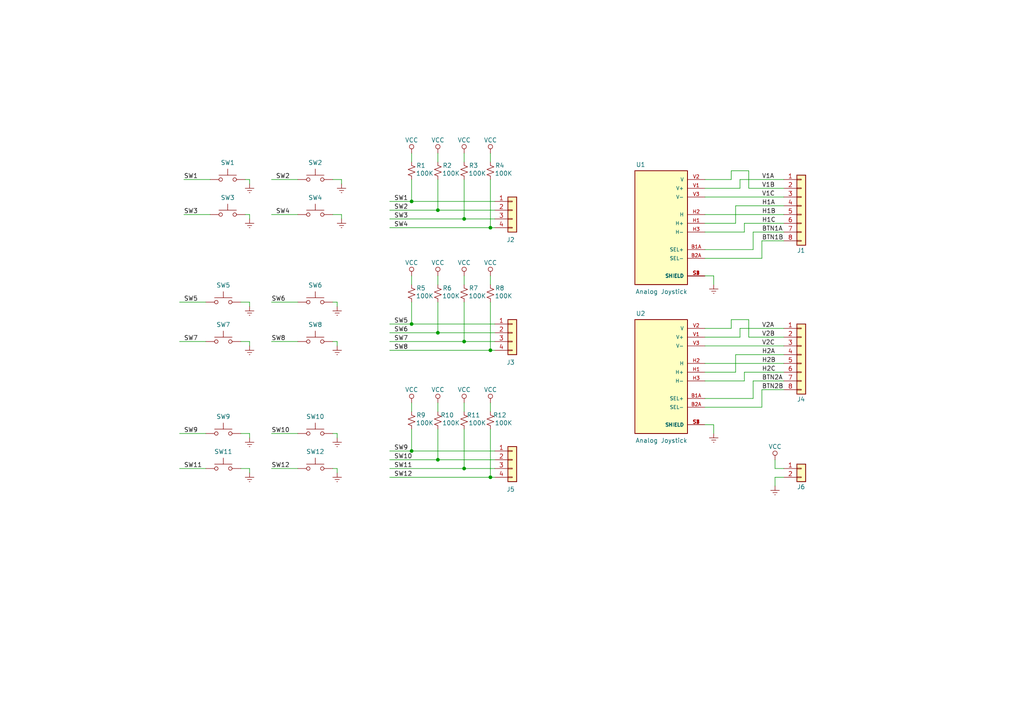
<source format=kicad_sch>
(kicad_sch (version 20250114) (generator "eeschema") (generator_version "9.0")
  (paper "A4")
  (title_block (title "Button/Joystick Breakout") (date "2025-05-03") (rev "1.0") (company "Gadget Reboot") (comment 1 "https://www.youtube.com/@gadgetreboot") (comment 2 "https://github.com/GadgetReboot/Button_Joystick_Breakout"))
  (lib_symbols
    (symbol "COM-09032:COM-09032" (pin_names (offset 1.016))
      (property "Reference" "U" (at -7.62 16.002 0))
      (property "Value" "COM-09032" (at -7.62 -20.32 0))
      (symbol "COM-09032_0_0"
        (rectangle (start -7.62 -17.78) (end 7.62 15.24) (stroke (width 0.254)) (fill (type background)))
        (pin passive line (at -12.7 12.7 0) (length 5.08) (name "V") (number "V2"))
        (pin passive line (at -12.7 10.16 0) (length 5.08) (name "V+") (number "V1"))
        (pin passive line (at -12.7 7.62 0) (length 5.08) (name "V-") (number "V3"))
        (pin passive line (at -12.7 2.54 0) (length 5.08) (name "H") (number "H2"))
        (pin passive line (at -12.7 0 0) (length 5.08) (name "H+") (number "H1"))
        (pin passive line (at -12.7 -2.54 0) (length 5.08) (name "H-") (number "H3"))
        (pin passive line (at -12.7 -7.62 0) (length 5.08) (name "SEL+") (number "B1A"))
        (pin passive line (at -12.7 -10.16 0) (length 5.08) (name "SEL-") (number "B2A"))
        (pin passive line (at -12.7 -15.24 0) (length 5.08) (name "SHIELD") (number "S1"))
        (pin passive line (at -12.7 -15.24 0) (length 5.08) (name "SHIELD") (number "S2"))
        (pin passive line (at -12.7 -15.24 0) (length 5.08) (name "SHIELD") (number "S3"))
        (pin passive line (at -12.7 -15.24 0) (length 5.08) (name "SHIELD") (number "S4"))
      )
    )
    (symbol "Connector_Generic:Conn_01x02" (pin_names (offset 1.016) (hide yes))
      (property "Reference" "J" (at 0 2.54 0))
      (property "Value" "Conn_01x02" (at 0 -5.08 0))
      (symbol "Conn_01x02_1_1"
        (rectangle (start -1.27 1.27) (end 1.27 -3.81) (stroke (width 0.254)) (fill (type background)))
        (rectangle (start -1.27 0.127) (end 0 -0.127) (stroke (width 0.1524)))
        (rectangle (start -1.27 -2.413) (end 0 -2.667) (stroke (width 0.1524)))
        (pin passive line (at -5.08 0 0) (length 3.81) (name "Pin_1") (number "1"))
        (pin passive line (at -5.08 -2.54 0) (length 3.81) (name "Pin_2") (number "2"))
      )
    )
    (symbol "Connector_Generic:Conn_01x04" (pin_names (offset 1.016) (hide yes))
      (property "Reference" "J" (at 0 5.08 0))
      (property "Value" "Conn_01x04" (at 0 -7.62 0))
      (symbol "Conn_01x04_1_1"
        (rectangle (start -1.27 3.81) (end 1.27 -6.35) (stroke (width 0.254)) (fill (type background)))
        (rectangle (start -1.27 2.667) (end 0 2.413) (stroke (width 0.1524)))
        (rectangle (start -1.27 0.127) (end 0 -0.127) (stroke (width 0.1524)))
        (rectangle (start -1.27 -2.413) (end 0 -2.667) (stroke (width 0.1524)))
        (rectangle (start -1.27 -4.953) (end 0 -5.207) (stroke (width 0.1524)))
        (pin passive line (at -5.08 2.54 0) (length 3.81) (name "Pin_1") (number "1"))
        (pin passive line (at -5.08 0 0) (length 3.81) (name "Pin_2") (number "2"))
        (pin passive line (at -5.08 -2.54 0) (length 3.81) (name "Pin_3") (number "3"))
        (pin passive line (at -5.08 -5.08 0) (length 3.81) (name "Pin_4") (number "4"))
      )
    )
    (symbol "Connector_Generic:Conn_01x08" (pin_names (offset 1.016) (hide yes))
      (property "Reference" "J" (at 0 10.16 0))
      (property "Value" "Conn_01x08" (at 0 -12.7 0))
      (symbol "Conn_01x08_1_1"
        (rectangle (start -1.27 8.89) (end 1.27 -11.43) (stroke (width 0.254)) (fill (type background)))
        (rectangle (start -1.27 7.747) (end 0 7.493) (stroke (width 0.1524)))
        (rectangle (start -1.27 5.207) (end 0 4.953) (stroke (width 0.1524)))
        (rectangle (start -1.27 2.667) (end 0 2.413) (stroke (width 0.1524)))
        (rectangle (start -1.27 0.127) (end 0 -0.127) (stroke (width 0.1524)))
        (rectangle (start -1.27 -2.413) (end 0 -2.667) (stroke (width 0.1524)))
        (rectangle (start -1.27 -4.953) (end 0 -5.207) (stroke (width 0.1524)))
        (rectangle (start -1.27 -7.493) (end 0 -7.747) (stroke (width 0.1524)))
        (rectangle (start -1.27 -10.033) (end 0 -10.287) (stroke (width 0.1524)))
        (pin passive line (at -5.08 7.62 0) (length 3.81) (name "Pin_1") (number "1"))
        (pin passive line (at -5.08 5.08 0) (length 3.81) (name "Pin_2") (number "2"))
        (pin passive line (at -5.08 2.54 0) (length 3.81) (name "Pin_3") (number "3"))
        (pin passive line (at -5.08 0 0) (length 3.81) (name "Pin_4") (number "4"))
        (pin passive line (at -5.08 -2.54 0) (length 3.81) (name "Pin_5") (number "5"))
        (pin passive line (at -5.08 -5.08 0) (length 3.81) (name "Pin_6") (number "6"))
        (pin passive line (at -5.08 -7.62 0) (length 3.81) (name "Pin_7") (number "7"))
        (pin passive line (at -5.08 -10.16 0) (length 3.81) (name "Pin_8") (number "8"))
      )
    )
    (symbol "Device:R_Small_US" (pin_numbers (hide yes)) (pin_names (offset 0.254) (hide yes))
      (property "Reference" "R" (at 0.762 0.508 0))
      (property "Value" "R_Small_US" (at 0.762 -1.016 0))
      (symbol "R_Small_US_1_1"
        (polyline (pts (xy 0 1.524) (xy 1.016 1.143) (xy 0 0.762) (xy -1.016 0.381) (xy 0 0)))
        (polyline (pts (xy 0 0) (xy 1.016 -0.381) (xy 0 -0.762) (xy -1.016 -1.143) (xy 0 -1.524)))
        (pin passive line (at 0 2.54 270) (length 1.016) (name "~") (number "1"))
        (pin passive line (at 0 -2.54 90) (length 1.016) (name "~") (number "2"))
      )
    )
    (symbol "GR_IO_Board-rescue:GNDREF-power" (power) (pin_names (offset 0))
      (property "Value" "power_GNDREF" (at 0 -3.81 0))
      (symbol "GNDREF-power_0_1"
        (polyline (pts (xy -0.635 -1.905) (xy 0.635 -1.905)))
        (polyline (pts (xy -0.127 -2.54) (xy 0.127 -2.54)))
        (polyline (pts (xy 0 -1.27) (xy 0 0)))
        (polyline (pts (xy 1.27 -1.27) (xy -1.27 -1.27)))
      )
      (symbol "GNDREF-power_1_1"
        (pin power_in line (at 0 0 270) (length 0) (hide yes) (name "GNDREF") (number "1"))
      )
    )
    (symbol "GR_IO_Board-rescue:VCC-power" (power) (pin_names (offset 0))
      (property "Value" "power_VCC" (at 0 3.81 0))
      (symbol "VCC-power_0_1"
        (circle (center 0 1.905) (radius 0.635))
        (polyline (pts (xy 0 0) (xy 0 1.27)))
      )
      (symbol "VCC-power_1_1"
        (pin power_in line (at 0 0 90) (length 0) (hide yes) (name "VCC") (number "1"))
      )
    )
    (symbol "Switch:SW_Push" (pin_numbers (hide yes)) (pin_names (offset 1.016) (hide yes))
      (property "Reference" "SW" (at 1.27 2.54 0))
      (property "Value" "SW_Push" (at 0 -1.524 0))
      (symbol "SW_Push_0_1"
        (circle (center -2.032 0) (radius 0.508))
        (polyline (pts (xy 0 1.27) (xy 0 3.048)))
        (circle (center 2.032 0) (radius 0.508))
        (polyline (pts (xy 2.54 1.27) (xy -2.54 1.27)))
        (pin passive line (at -5.08 0 0) (length 2.54) (name "1") (number "1"))
        (pin passive line (at 5.08 0 180) (length 2.54) (name "2") (number "2"))
      )
    )
  )
  (junction (at 119.38 130.81))
  (junction (at 142.24 138.43))
  (junction (at 134.62 63.5))
  (junction (at 119.38 93.98))
  (junction (at 142.24 101.6))
  (junction (at 134.62 99.06))
  (junction (at 142.24 66.04))
  (junction (at 127 96.52))
  (junction (at 127 60.96))
  (junction (at 119.38 58.42))
  (junction (at 134.62 135.89))
  (junction (at 127 133.35))
  (wire (pts (xy 204.47 72.39) (xy 218.44 72.39)))
  (wire (pts (xy 86.36 62.23) (xy 78.74 62.23)))
  (wire (pts (xy 204.47 64.77) (xy 213.36 64.77)))
  (wire (pts (xy 69.85 87.63) (xy 72.39 87.63)))
  (wire (pts (xy 142.24 80.01) (xy 142.24 82.55)))
  (wire (pts (xy 71.12 62.23) (xy 72.39 62.23)))
  (wire (pts (xy 142.24 116.84) (xy 142.24 119.38)))
  (wire (pts (xy 204.47 123.19) (xy 207.01 123.19)))
  (wire (pts (xy 143.51 93.98) (xy 119.38 93.98)))
  (wire (pts (xy 204.47 100.33) (xy 227.33 100.33)))
  (wire (pts (xy 220.98 118.11) (xy 220.98 113.03)))
  (wire (pts (xy 143.51 58.42) (xy 119.38 58.42)))
  (wire (pts (xy 127 44.45) (xy 127 46.99)))
  (wire (pts (xy 134.62 63.5) (xy 113.03 63.5)))
  (wire (pts (xy 143.51 66.04) (xy 142.24 66.04)))
  (wire (pts (xy 215.9 64.77) (xy 227.33 64.77)))
  (wire (pts (xy 59.69 135.89) (xy 52.07 135.89)))
  (wire (pts (xy 97.79 135.89) (xy 97.79 137.16)))
  (wire (pts (xy 97.79 99.06) (xy 97.79 100.33)))
  (wire (pts (xy 72.39 62.23) (xy 72.39 63.5)))
  (wire (pts (xy 218.44 67.31) (xy 227.33 67.31)))
  (wire (pts (xy 119.38 93.98) (xy 113.03 93.98)))
  (wire (pts (xy 218.44 72.39) (xy 218.44 67.31)))
  (wire (pts (xy 220.98 69.85) (xy 227.33 69.85)))
  (wire (pts (xy 134.62 44.45) (xy 134.62 46.99)))
  (wire (pts (xy 96.52 99.06) (xy 97.79 99.06)))
  (wire (pts (xy 119.38 87.63) (xy 119.38 93.98)))
  (wire (pts (xy 96.52 125.73) (xy 97.79 125.73)))
  (wire (pts (xy 217.17 49.53) (xy 212.09 49.53)))
  (wire (pts (xy 204.47 67.31) (xy 215.9 67.31)))
  (wire (pts (xy 97.79 87.63) (xy 97.79 88.9)))
  (wire (pts (xy 143.51 135.89) (xy 134.62 135.89)))
  (wire (pts (xy 127 80.01) (xy 127 82.55)))
  (wire (pts (xy 212.09 92.71) (xy 212.09 95.25)))
  (wire (pts (xy 134.62 99.06) (xy 113.03 99.06)))
  (wire (pts (xy 127 116.84) (xy 127 119.38)))
  (wire (pts (xy 214.63 52.07) (xy 227.33 52.07)))
  (wire (pts (xy 214.63 54.61) (xy 214.63 52.07)))
  (wire (pts (xy 212.09 95.25) (xy 204.47 95.25)))
  (wire (pts (xy 69.85 125.73) (xy 72.39 125.73)))
  (wire (pts (xy 142.24 138.43) (xy 113.03 138.43)))
  (wire (pts (xy 119.38 58.42) (xy 113.03 58.42)))
  (wire (pts (xy 127 52.07) (xy 127 60.96)))
  (wire (pts (xy 72.39 125.73) (xy 72.39 127)))
  (wire (pts (xy 204.47 74.93) (xy 220.98 74.93)))
  (wire (pts (xy 119.38 80.01) (xy 119.38 82.55)))
  (wire (pts (xy 134.62 124.46) (xy 134.62 135.89)))
  (wire (pts (xy 142.24 101.6) (xy 113.03 101.6)))
  (wire (pts (xy 134.62 52.07) (xy 134.62 63.5)))
  (wire (pts (xy 86.36 135.89) (xy 78.74 135.89)))
  (wire (pts (xy 142.24 44.45) (xy 142.24 46.99)))
  (wire (pts (xy 59.69 87.63) (xy 52.07 87.63)))
  (wire (pts (xy 142.24 87.63) (xy 142.24 101.6)))
  (wire (pts (xy 119.38 130.81) (xy 113.03 130.81)))
  (wire (pts (xy 227.33 138.43) (xy 224.79 138.43)))
  (wire (pts (xy 127 60.96) (xy 113.03 60.96)))
  (wire (pts (xy 60.96 62.23) (xy 53.34 62.23)))
  (wire (pts (xy 217.17 97.79) (xy 217.17 92.71)))
  (wire (pts (xy 214.63 95.25) (xy 227.33 95.25)))
  (wire (pts (xy 143.51 101.6) (xy 142.24 101.6)))
  (wire (pts (xy 227.33 135.89) (xy 224.79 135.89)))
  (wire (pts (xy 86.36 52.07) (xy 78.74 52.07)))
  (wire (pts (xy 224.79 135.89) (xy 224.79 133.35)))
  (wire (pts (xy 142.24 66.04) (xy 113.03 66.04)))
  (wire (pts (xy 143.51 60.96) (xy 127 60.96)))
  (wire (pts (xy 60.96 52.07) (xy 53.34 52.07)))
  (wire (pts (xy 99.06 62.23) (xy 99.06 63.5)))
  (wire (pts (xy 204.47 97.79) (xy 214.63 97.79)))
  (wire (pts (xy 214.63 97.79) (xy 214.63 95.25)))
  (wire (pts (xy 69.85 99.06) (xy 72.39 99.06)))
  (wire (pts (xy 143.51 133.35) (xy 127 133.35)))
  (wire (pts (xy 69.85 135.89) (xy 72.39 135.89)))
  (wire (pts (xy 143.51 138.43) (xy 142.24 138.43)))
  (wire (pts (xy 72.39 99.06) (xy 72.39 100.33)))
  (wire (pts (xy 119.38 116.84) (xy 119.38 119.38)))
  (wire (pts (xy 218.44 110.49) (xy 227.33 110.49)))
  (wire (pts (xy 220.98 74.93) (xy 220.98 69.85)))
  (wire (pts (xy 204.47 115.57) (xy 218.44 115.57)))
  (wire (pts (xy 204.47 54.61) (xy 214.63 54.61)))
  (wire (pts (xy 99.06 52.07) (xy 99.06 53.34)))
  (wire (pts (xy 142.24 52.07) (xy 142.24 66.04)))
  (wire (pts (xy 96.52 52.07) (xy 99.06 52.07)))
  (wire (pts (xy 96.52 135.89) (xy 97.79 135.89)))
  (wire (pts (xy 134.62 87.63) (xy 134.62 99.06)))
  (wire (pts (xy 119.38 52.07) (xy 119.38 58.42)))
  (wire (pts (xy 217.17 92.71) (xy 212.09 92.71)))
  (wire (pts (xy 86.36 99.06) (xy 78.74 99.06)))
  (wire (pts (xy 97.79 125.73) (xy 97.79 127)))
  (wire (pts (xy 204.47 105.41) (xy 227.33 105.41)))
  (wire (pts (xy 227.33 97.79) (xy 217.17 97.79)))
  (wire (pts (xy 86.36 125.73) (xy 78.74 125.73)))
  (wire (pts (xy 86.36 87.63) (xy 78.74 87.63)))
  (wire (pts (xy 224.79 138.43) (xy 224.79 140.97)))
  (wire (pts (xy 204.47 80.01) (xy 207.01 80.01)))
  (wire (pts (xy 143.51 63.5) (xy 134.62 63.5)))
  (wire (pts (xy 212.09 52.07) (xy 204.47 52.07)))
  (wire (pts (xy 227.33 54.61) (xy 217.17 54.61)))
  (wire (pts (xy 213.36 64.77) (xy 213.36 59.69)))
  (wire (pts (xy 143.51 99.06) (xy 134.62 99.06)))
  (wire (pts (xy 142.24 124.46) (xy 142.24 138.43)))
  (wire (pts (xy 134.62 80.01) (xy 134.62 82.55)))
  (wire (pts (xy 134.62 116.84) (xy 134.62 119.38)))
  (wire (pts (xy 213.36 102.87) (xy 227.33 102.87)))
  (wire (pts (xy 207.01 80.01) (xy 207.01 82.55)))
  (wire (pts (xy 96.52 62.23) (xy 99.06 62.23)))
  (wire (pts (xy 213.36 59.69) (xy 227.33 59.69)))
  (wire (pts (xy 215.9 67.31) (xy 215.9 64.77)))
  (wire (pts (xy 59.69 99.06) (xy 52.07 99.06)))
  (wire (pts (xy 127 96.52) (xy 113.03 96.52)))
  (wire (pts (xy 119.38 44.45) (xy 119.38 46.99)))
  (wire (pts (xy 204.47 62.23) (xy 227.33 62.23)))
  (wire (pts (xy 96.52 87.63) (xy 97.79 87.63)))
  (wire (pts (xy 72.39 87.63) (xy 72.39 88.9)))
  (wire (pts (xy 143.51 130.81) (xy 119.38 130.81)))
  (wire (pts (xy 72.39 52.07) (xy 72.39 53.34)))
  (wire (pts (xy 215.9 107.95) (xy 227.33 107.95)))
  (wire (pts (xy 127 133.35) (xy 113.03 133.35)))
  (wire (pts (xy 143.51 96.52) (xy 127 96.52)))
  (wire (pts (xy 213.36 107.95) (xy 213.36 102.87)))
  (wire (pts (xy 204.47 107.95) (xy 213.36 107.95)))
  (wire (pts (xy 212.09 49.53) (xy 212.09 52.07)))
  (wire (pts (xy 204.47 57.15) (xy 227.33 57.15)))
  (wire (pts (xy 220.98 113.03) (xy 227.33 113.03)))
  (wire (pts (xy 119.38 124.46) (xy 119.38 130.81)))
  (wire (pts (xy 71.12 52.07) (xy 72.39 52.07)))
  (wire (pts (xy 72.39 135.89) (xy 72.39 137.16)))
  (wire (pts (xy 127 124.46) (xy 127 133.35)))
  (wire (pts (xy 134.62 135.89) (xy 113.03 135.89)))
  (wire (pts (xy 127 87.63) (xy 127 96.52)))
  (wire (pts (xy 218.44 115.57) (xy 218.44 110.49)))
  (wire (pts (xy 217.17 54.61) (xy 217.17 49.53)))
  (wire (pts (xy 204.47 118.11) (xy 220.98 118.11)))
  (wire (pts (xy 59.69 125.73) (xy 52.07 125.73)))
  (wire (pts (xy 207.01 123.19) (xy 207.01 125.73)))
  (wire (pts (xy 215.9 110.49) (xy 215.9 107.95)))
  (wire (pts (xy 204.47 110.49) (xy 215.9 110.49)))
  (label "H1B" (at 220.98 62.23 0))
  (label "BTN1B" (at 220.98 69.85 0))
  (label "SW2" (at 80.01 52.07 0))
  (label "SW5" (at 114.3 93.98 0))
  (label "V1A" (at 220.98 52.07 0))
  (label "V1C" (at 220.98 57.15 0))
  (label "SW4" (at 80.01 62.23 0))
  (label "SW7" (at 114.3 99.06 0))
  (label "SW10" (at 78.74 125.73 0))
  (label "SW9" (at 114.3 130.81 0))
  (label "SW1" (at 114.3 58.42 0))
  (label "SW7" (at 53.34 99.06 0))
  (label "SW11" (at 114.3 135.89 0))
  (label "V1B" (at 220.98 54.61 0))
  (label "V2B" (at 220.98 97.79 0))
  (label "BTN2A" (at 220.98 110.49 0))
  (label "H2A" (at 220.98 102.87 0))
  (label "SW9" (at 53.34 125.73 0))
  (label "H1C" (at 220.98 64.77 0))
  (label "SW6" (at 78.74 87.63 0))
  (label "SW3" (at 114.3 63.5 0))
  (label "SW5" (at 53.34 87.63 0))
  (label "SW1" (at 53.34 52.07 0))
  (label "BTN1A" (at 220.98 67.31 0))
  (label "H2C" (at 220.98 107.95 0))
  (label "SW6" (at 114.3 96.52 0))
  (label "SW3" (at 53.34 62.23 0))
  (label "BTN2B" (at 220.98 113.03 0))
  (label "SW8" (at 114.3 101.6 0))
  (label "H2B" (at 220.98 105.41 0))
  (label "H1A" (at 220.98 59.69 0))
  (label "SW11" (at 53.34 135.89 0))
  (label "SW12" (at 114.3 138.43 0))
  (label "SW4" (at 114.3 66.04 0))
  (label "V2C" (at 220.98 100.33 0))
  (label "SW2" (at 114.3 60.96 0))
  (label "SW8" (at 78.74 99.06 0))
  (label "SW12" (at 78.74 135.89 0))
  (label "SW10" (at 114.3 133.35 0))
  (label "V2A" (at 220.98 95.25 0))
  (symbol (lib_id "Switch:SW_Push") (at 91.44 62.23 0) (unit 1)
    (property "Reference" "SW4" (at 91.44 57.3278 0))
    (property "Value" "SW_Push" (effects (hide yes)))
    (property "Footprint" "_Footprints:SW_SPST_60x35" (effects (hide yes)))
  )
  (symbol (lib_id "GR_IO_Board-rescue:GNDREF-power") (at 99.06 63.5 0) (unit 1)
    (property "Reference" "#PWR08" (effects (hide yes)))
    (property "Value" "GNDREF" (effects (hide yes)))
  )
  (symbol (lib_id "Switch:SW_Push") (at 66.04 62.23 0) (unit 1)
    (property "Reference" "SW3" (at 66.04 57.3278 0))
    (property "Value" "SW_Push" (effects (hide yes)))
    (property "Footprint" "_Footprints:SW_SPST_60x35" (effects (hide yes)))
  )
  (symbol (lib_id "GR_IO_Board-rescue:GNDREF-power") (at 72.39 63.5 0) (unit 1)
    (property "Reference" "#PWR07" (effects (hide yes)))
    (property "Value" "GNDREF" (effects (hide yes)))
  )
  (symbol (lib_id "Switch:SW_Push") (at 91.44 52.07 0) (unit 1)
    (property "Reference" "SW2" (at 91.44 47.1678 0))
    (property "Value" "SW_Push" (effects (hide yes)))
    (property "Footprint" "_Footprints:SW_SPST_60x35" (effects (hide yes)))
  )
  (symbol (lib_id "GR_IO_Board-rescue:GNDREF-power") (at 99.06 53.34 0) (unit 1)
    (property "Reference" "#PWR06" (effects (hide yes)))
    (property "Value" "GNDREF" (effects (hide yes)))
  )
  (symbol (lib_id "Switch:SW_Push") (at 66.04 52.07 0) (unit 1)
    (property "Reference" "SW1" (at 66.04 47.1678 0))
    (property "Value" "SW_Push" (effects (hide yes)))
    (property "Footprint" "_Footprints:SW_SPST_60x35" (effects (hide yes)))
  )
  (symbol (lib_id "GR_IO_Board-rescue:GNDREF-power") (at 72.39 53.34 0) (unit 1)
    (property "Reference" "#PWR05" (effects (hide yes)))
    (property "Value" "GNDREF" (effects (hide yes)))
  )
  (symbol (lib_id "Connector_Generic:Conn_01x04") (at 148.59 60.96 0) (unit 1)
    (property "Reference" "J2" (at 149.3012 69.5452 0) (effects (justify right)))
    (property "Value" "Conn_01x04" (effects (hide yes)))
    (property "Footprint" "Connector_PinHeader_2.54mm:PinHeader_1x04_P2.54mm_Vertical" (effects (hide yes)))
  )
  (symbol (lib_id "Switch:SW_Push") (at 91.44 99.06 0) (unit 1)
    (property "Reference" "SW8" (at 91.44 94.1578 0))
    (property "Value" "SW_Push" (effects (hide yes)))
    (property "Footprint" "_Footprints:SW_SPST_60x35" (effects (hide yes)))
  )
  (symbol (lib_id "GR_IO_Board-rescue:GNDREF-power") (at 97.79 100.33 0) (unit 1)
    (property "Reference" "#PWR017" (effects (hide yes)))
    (property "Value" "GNDREF" (effects (hide yes)))
  )
  (symbol (lib_id "Switch:SW_Push") (at 64.77 99.06 0) (unit 1)
    (property "Reference" "SW7" (at 64.77 94.1578 0))
    (property "Value" "SW_Push" (effects (hide yes)))
    (property "Footprint" "_Footprints:SW_SPST_60x35" (effects (hide yes)))
  )
  (symbol (lib_id "GR_IO_Board-rescue:GNDREF-power") (at 72.39 100.33 0) (unit 1)
    (property "Reference" "#PWR016" (effects (hide yes)))
    (property "Value" "GNDREF" (effects (hide yes)))
  )
  (symbol (lib_id "Switch:SW_Push") (at 91.44 87.63 0) (unit 1)
    (property "Reference" "SW6" (at 91.44 82.7278 0))
    (property "Value" "SW_Push" (effects (hide yes)))
    (property "Footprint" "_Footprints:SW_SPST_60x35" (effects (hide yes)))
  )
  (symbol (lib_id "GR_IO_Board-rescue:GNDREF-power") (at 97.79 88.9 0) (unit 1)
    (property "Reference" "#PWR015" (effects (hide yes)))
    (property "Value" "GNDREF" (effects (hide yes)))
  )
  (symbol (lib_id "Switch:SW_Push") (at 64.77 87.63 0) (unit 1)
    (property "Reference" "SW5" (at 64.77 82.7278 0))
    (property "Value" "SW_Push" (effects (hide yes)))
    (property "Footprint" "_Footprints:SW_SPST_60x35" (effects (hide yes)))
  )
  (symbol (lib_id "GR_IO_Board-rescue:GNDREF-power") (at 72.39 88.9 0) (unit 1)
    (property "Reference" "#PWR014" (effects (hide yes)))
    (property "Value" "GNDREF" (effects (hide yes)))
  )
  (symbol (lib_id "Device:R_Small_US") (at 142.24 49.53 0) (unit 1)
    (property "Reference" "R4" (at 144.9578 48.006 0))
    (property "Value" "100K" (at 146.05 50.292 0))
    (property "Footprint" "Resistor_SMD:R_0805_2012Metric_Pad1.20x1.40mm_HandSolder" (effects (hide yes)))
  )
  (symbol (lib_id "GR_IO_Board-rescue:GNDREF-power") (at 207.01 82.55 0) (unit 1)
    (property "Reference" "#PWR013" (effects (hide yes)))
    (property "Value" "GNDREF" (effects (hide yes)))
  )
  (symbol (lib_id "GR_IO_Board-rescue:VCC-power") (at 142.24 44.45 0) (unit 1)
    (property "Reference" "#PWR04" (effects (hide yes)))
    (property "Value" "VCC" (at 142.24 40.64 0))
  )
  (symbol (lib_id "COM-09032:COM-09032") (at 191.77 107.95 0) (mirror y) (unit 1)
    (property "Reference" "U2" (at 187.198 90.9319 0) (effects (justify left)))
    (property "Value" "Analog Joystick" (at 199.39 127.7619 0) (effects (justify left)))
    (property "Footprint" "_Footprints:XDCR_COM-09032" (effects (hide yes)))
  )
  (symbol (lib_id "Connector_Generic:Conn_01x08") (at 232.41 59.69 0) (unit 1)
    (property "Reference" "J1" (at 231.14 72.6439 0) (effects (justify left)))
    (property "Value" "Conn_01x08" (effects (hide yes)))
    (property "Footprint" "Connector_PinHeader_2.54mm:PinHeader_1x08_P2.54mm_Vertical" (effects (hide yes)))
    (property "Description" "Generic connector, single row, 01x08, script generated (kicad-library-utils/schlib/autogen/connector/)" (effects (hide yes)))
  )
  (symbol (lib_id "GR_IO_Board-rescue:VCC-power") (at 127 116.84 0) (unit 1)
    (property "Reference" "#PWR019" (effects (hide yes)))
    (property "Value" "VCC" (at 127 113.03 0))
  )
  (symbol (lib_id "Device:R_Small_US") (at 127 85.09 0) (unit 1)
    (property "Reference" "R6" (at 129.7178 83.566 0))
    (property "Value" "100K" (at 130.81 85.852 0))
    (property "Footprint" "Resistor_SMD:R_0805_2012Metric_Pad1.20x1.40mm_HandSolder" (effects (hide yes)))
  )
  (symbol (lib_id "GR_IO_Board-rescue:GNDREF-power") (at 97.79 127 0) (unit 1)
    (property "Reference" "#PWR024" (effects (hide yes)))
    (property "Value" "GNDREF" (effects (hide yes)))
  )
  (symbol (lib_id "GR_IO_Board-rescue:VCC-power") (at 134.62 116.84 0) (unit 1)
    (property "Reference" "#PWR020" (effects (hide yes)))
    (property "Value" "VCC" (at 134.62 113.03 0))
  )
  (symbol (lib_id "Device:R_Small_US") (at 127 121.92 0) (unit 1)
    (property "Reference" "R10" (at 129.7178 120.396 0))
    (property "Value" "100K" (at 130.81 122.682 0))
    (property "Footprint" "Resistor_SMD:R_0805_2012Metric_Pad1.20x1.40mm_HandSolder" (effects (hide yes)))
  )
  (symbol (lib_id "Connector_Generic:Conn_01x02") (at 232.41 135.89 0) (unit 1)
    (property "Reference" "J6" (at 231.14 141.2239 0) (effects (justify left)))
    (property "Value" "Conn_01x02" (effects (hide yes)))
    (property "Footprint" "Connector_PinHeader_2.54mm:PinHeader_1x02_P2.54mm_Vertical" (effects (hide yes)))
    (property "Description" "Generic connector, single row, 01x02, script generated (kicad-library-utils/schlib/autogen/connector/)" (effects (hide yes)))
  )
  (symbol (lib_id "Switch:SW_Push") (at 91.44 125.73 0) (unit 1)
    (property "Reference" "SW10" (at 91.44 120.8278 0))
    (property "Value" "SW_Push" (effects (hide yes)))
    (property "Footprint" "_Footprints:SW_SPST_60x35" (effects (hide yes)))
  )
  (symbol (lib_id "COM-09032:COM-09032") (at 191.77 64.77 0) (mirror y) (unit 1)
    (property "Reference" "U1" (at 187.198 47.7519 0) (effects (justify left)))
    (property "Value" "Analog Joystick" (at 199.39 84.5819 0) (effects (justify left)))
    (property "Footprint" "_Footprints:XDCR_COM-09032" (effects (hide yes)))
  )
  (symbol (lib_id "Device:R_Small_US") (at 134.62 85.09 0) (unit 1)
    (property "Reference" "R7" (at 137.3378 83.566 0))
    (property "Value" "100K" (at 138.43 85.852 0))
    (property "Footprint" "Resistor_SMD:R_0805_2012Metric_Pad1.20x1.40mm_HandSolder" (effects (hide yes)))
  )
  (symbol (lib_id "GR_IO_Board-rescue:GNDREF-power") (at 97.79 137.16 0) (unit 1)
    (property "Reference" "#PWR027" (effects (hide yes)))
    (property "Value" "GNDREF" (effects (hide yes)))
  )
  (symbol (lib_id "GR_IO_Board-rescue:VCC-power") (at 119.38 116.84 0) (unit 1)
    (property "Reference" "#PWR018" (effects (hide yes)))
    (property "Value" "VCC" (at 119.38 113.03 0))
  )
  (symbol (lib_id "GR_IO_Board-rescue:GNDREF-power") (at 72.39 137.16 0) (unit 1)
    (property "Reference" "#PWR026" (effects (hide yes)))
    (property "Value" "GNDREF" (effects (hide yes)))
  )
  (symbol (lib_id "GR_IO_Board-rescue:VCC-power") (at 134.62 44.45 0) (unit 1)
    (property "Reference" "#PWR03" (effects (hide yes)))
    (property "Value" "VCC" (at 134.62 40.64 0))
  )
  (symbol (lib_id "GR_IO_Board-rescue:GNDREF-power") (at 224.79 140.97 0) (unit 1)
    (property "Reference" "#PWR028" (effects (hide yes)))
    (property "Value" "GNDREF" (effects (hide yes)))
  )
  (symbol (lib_id "Device:R_Small_US") (at 142.24 121.92 0) (unit 1)
    (property "Reference" "R12" (at 144.9578 120.396 0))
    (property "Value" "100K" (at 146.05 122.682 0))
    (property "Footprint" "Resistor_SMD:R_0805_2012Metric_Pad1.20x1.40mm_HandSolder" (effects (hide yes)))
  )
  (symbol (lib_id "Device:R_Small_US") (at 119.38 49.53 0) (unit 1)
    (property "Reference" "R1" (at 122.0978 48.006 0))
    (property "Value" "100K" (at 123.19 50.292 0))
    (property "Footprint" "Resistor_SMD:R_0805_2012Metric_Pad1.20x1.40mm_HandSolder" (effects (hide yes)))
  )
  (symbol (lib_id "Device:R_Small_US") (at 119.38 85.09 0) (unit 1)
    (property "Reference" "R5" (at 122.0978 83.566 0))
    (property "Value" "100K" (at 123.19 85.852 0))
    (property "Footprint" "Resistor_SMD:R_0805_2012Metric_Pad1.20x1.40mm_HandSolder" (effects (hide yes)))
  )
  (symbol (lib_id "GR_IO_Board-rescue:VCC-power") (at 224.79 133.35 0) (unit 1)
    (property "Reference" "#PWR025" (effects (hide yes)))
    (property "Value" "VCC" (at 224.79 129.54 0))
  )
  (symbol (lib_id "Device:R_Small_US") (at 119.38 121.92 0) (unit 1)
    (property "Reference" "R9" (at 122.0978 120.396 0))
    (property "Value" "100K" (at 123.19 122.682 0))
    (property "Footprint" "Resistor_SMD:R_0805_2012Metric_Pad1.20x1.40mm_HandSolder" (effects (hide yes)))
  )
  (symbol (lib_id "Switch:SW_Push") (at 91.44 135.89 0) (unit 1)
    (property "Reference" "SW12" (at 91.44 130.9878 0))
    (property "Value" "SW_Push" (effects (hide yes)))
    (property "Footprint" "_Footprints:SW_SPST_60x35" (effects (hide yes)))
  )
  (symbol (lib_id "Device:R_Small_US") (at 127 49.53 0) (unit 1)
    (property "Reference" "R2" (at 129.7178 48.006 0))
    (property "Value" "100K" (at 130.81 50.292 0))
    (property "Footprint" "Resistor_SMD:R_0805_2012Metric_Pad1.20x1.40mm_HandSolder" (effects (hide yes)))
  )
  (symbol (lib_id "GR_IO_Board-rescue:VCC-power") (at 127 80.01 0) (unit 1)
    (property "Reference" "#PWR010" (effects (hide yes)))
    (property "Value" "VCC" (at 127 76.2 0))
  )
  (symbol (lib_id "GR_IO_Board-rescue:VCC-power") (at 119.38 44.45 0) (unit 1)
    (property "Reference" "#PWR01" (effects (hide yes)))
    (property "Value" "VCC" (at 119.38 40.64 0))
  )
  (symbol (lib_id "Switch:SW_Push") (at 64.77 135.89 0) (unit 1)
    (property "Reference" "SW11" (at 64.77 130.9878 0))
    (property "Value" "SW_Push" (effects (hide yes)))
    (property "Footprint" "_Footprints:SW_SPST_60x35" (effects (hide yes)))
  )
  (symbol (lib_id "Switch:SW_Push") (at 64.77 125.73 0) (unit 1)
    (property "Reference" "SW9" (at 64.77 120.8278 0))
    (property "Value" "SW_Push" (effects (hide yes)))
    (property "Footprint" "_Footprints:SW_SPST_60x35" (effects (hide yes)))
  )
  (symbol (lib_id "GR_IO_Board-rescue:VCC-power") (at 142.24 116.84 0) (unit 1)
    (property "Reference" "#PWR021" (effects (hide yes)))
    (property "Value" "VCC" (at 142.24 113.03 0))
  )
  (symbol (lib_id "Connector_Generic:Conn_01x08") (at 232.41 102.87 0) (unit 1)
    (property "Reference" "J4" (at 231.14 115.8239 0) (effects (justify left)))
    (property "Value" "Conn_01x08" (effects (hide yes)))
    (property "Footprint" "Connector_PinHeader_2.54mm:PinHeader_1x08_P2.54mm_Vertical" (effects (hide yes)))
    (property "Description" "Generic connector, single row, 01x08, script generated (kicad-library-utils/schlib/autogen/connector/)" (effects (hide yes)))
  )
  (symbol (lib_id "GR_IO_Board-rescue:GNDREF-power") (at 207.01 125.73 0) (unit 1)
    (property "Reference" "#PWR022" (effects (hide yes)))
    (property "Value" "GNDREF" (effects (hide yes)))
  )
  (symbol (lib_id "Connector_Generic:Conn_01x04") (at 148.59 96.52 0) (unit 1)
    (property "Reference" "J3" (at 149.3012 105.1052 0) (effects (justify right)))
    (property "Value" "Conn_01x04" (effects (hide yes)))
    (property "Footprint" "Connector_PinHeader_2.54mm:PinHeader_1x04_P2.54mm_Vertical" (effects (hide yes)))
  )
  (symbol (lib_id "Device:R_Small_US") (at 134.62 49.53 0) (unit 1)
    (property "Reference" "R3" (at 137.3378 48.006 0))
    (property "Value" "100K" (at 138.43 50.292 0))
    (property "Footprint" "Resistor_SMD:R_0805_2012Metric_Pad1.20x1.40mm_HandSolder" (effects (hide yes)))
  )
  (symbol (lib_id "GR_IO_Board-rescue:VCC-power") (at 142.24 80.01 0) (unit 1)
    (property "Reference" "#PWR012" (effects (hide yes)))
    (property "Value" "VCC" (at 142.24 76.2 0))
  )
  (symbol (lib_id "GR_IO_Board-rescue:VCC-power") (at 127 44.45 0) (unit 1)
    (property "Reference" "#PWR02" (effects (hide yes)))
    (property "Value" "VCC" (at 127 40.64 0))
  )
  (symbol (lib_id "GR_IO_Board-rescue:GNDREF-power") (at 72.39 127 0) (unit 1)
    (property "Reference" "#PWR023" (effects (hide yes)))
    (property "Value" "GNDREF" (effects (hide yes)))
  )
  (symbol (lib_id "Device:R_Small_US") (at 134.62 121.92 0) (unit 1)
    (property "Reference" "R11" (at 137.3378 120.396 0))
    (property "Value" "100K" (at 138.43 122.682 0))
    (property "Footprint" "Resistor_SMD:R_0805_2012Metric_Pad1.20x1.40mm_HandSolder" (effects (hide yes)))
  )
  (symbol (lib_id "Device:R_Small_US") (at 142.24 85.09 0) (unit 1)
    (property "Reference" "R8" (at 144.9578 83.566 0))
    (property "Value" "100K" (at 146.05 85.852 0))
    (property "Footprint" "Resistor_SMD:R_0805_2012Metric_Pad1.20x1.40mm_HandSolder" (effects (hide yes)))
  )
  (symbol (lib_id "GR_IO_Board-rescue:VCC-power") (at 119.38 80.01 0) (unit 1)
    (property "Reference" "#PWR09" (effects (hide yes)))
    (property "Value" "VCC" (at 119.38 76.2 0))
  )
  (symbol (lib_id "GR_IO_Board-rescue:VCC-power") (at 134.62 80.01 0) (unit 1)
    (property "Reference" "#PWR011" (effects (hide yes)))
    (property "Value" "VCC" (at 134.62 76.2 0))
  )
  (symbol (lib_id "Connector_Generic:Conn_01x04") (at 148.59 133.35 0) (unit 1)
    (property "Reference" "J5" (at 149.3012 141.9352 0) (effects (justify right)))
    (property "Value" "Conn_01x04" (effects (hide yes)))
    (property "Footprint" "Connector_PinHeader_2.54mm:PinHeader_1x04_P2.54mm_Vertical" (effects (hide yes)))
  )
)
</source>
